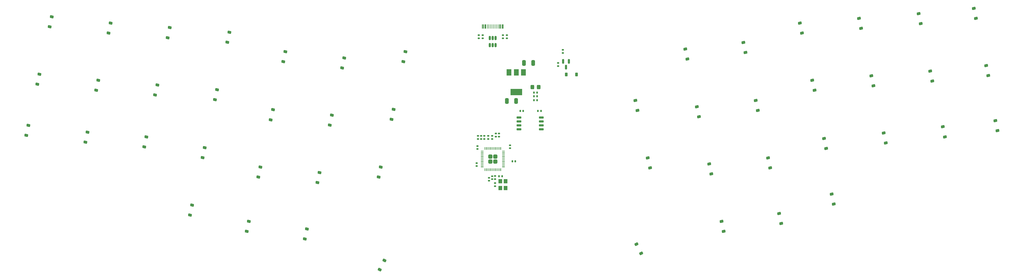
<source format=gbr>
%TF.GenerationSoftware,KiCad,Pcbnew,7.0.2*%
%TF.CreationDate,2024-09-14T12:23:29+10:00*%
%TF.ProjectId,keyboard,6b657962-6f61-4726-942e-6b696361645f,v1.0.0*%
%TF.SameCoordinates,Original*%
%TF.FileFunction,Paste,Bot*%
%TF.FilePolarity,Positive*%
%FSLAX46Y46*%
G04 Gerber Fmt 4.6, Leading zero omitted, Abs format (unit mm)*
G04 Created by KiCad (PCBNEW 7.0.2) date 2024-09-14 12:23:29*
%MOMM*%
%LPD*%
G01*
G04 APERTURE LIST*
G04 Aperture macros list*
%AMRoundRect*
0 Rectangle with rounded corners*
0 $1 Rounding radius*
0 $2 $3 $4 $5 $6 $7 $8 $9 X,Y pos of 4 corners*
0 Add a 4 corners polygon primitive as box body*
4,1,4,$2,$3,$4,$5,$6,$7,$8,$9,$2,$3,0*
0 Add four circle primitives for the rounded corners*
1,1,$1+$1,$2,$3*
1,1,$1+$1,$4,$5*
1,1,$1+$1,$6,$7*
1,1,$1+$1,$8,$9*
0 Add four rect primitives between the rounded corners*
20,1,$1+$1,$2,$3,$4,$5,0*
20,1,$1+$1,$4,$5,$6,$7,0*
20,1,$1+$1,$6,$7,$8,$9,0*
20,1,$1+$1,$8,$9,$2,$3,0*%
G04 Aperture macros list end*
%ADD10RoundRect,0.225000X-0.231980X0.370723X-0.436275X-0.030230X0.231980X-0.370723X0.436275X0.030230X0*%
%ADD11RoundRect,0.135000X-0.135000X-0.185000X0.135000X-0.185000X0.135000X0.185000X-0.135000X0.185000X0*%
%ADD12RoundRect,0.225000X0.413585X-0.142116X0.320025X0.298050X-0.413585X0.142116X-0.320025X-0.298050X0*%
%ADD13RoundRect,0.140000X0.170000X-0.140000X0.170000X0.140000X-0.170000X0.140000X-0.170000X-0.140000X0*%
%ADD14RoundRect,0.225000X-0.436275X0.030230X-0.231980X-0.370723X0.436275X-0.030230X0.231980X0.370723X0*%
%ADD15R,0.250000X1.450000*%
%ADD16R,0.300000X1.450000*%
%ADD17RoundRect,0.225000X0.320025X-0.298050X0.413585X0.142116X-0.320025X0.298050X-0.413585X-0.142116X0*%
%ADD18RoundRect,0.140000X0.140000X0.170000X-0.140000X0.170000X-0.140000X-0.170000X0.140000X-0.170000X0*%
%ADD19RoundRect,0.150000X0.650000X0.150000X-0.650000X0.150000X-0.650000X-0.150000X0.650000X-0.150000X0*%
%ADD20RoundRect,0.135000X-0.185000X0.135000X-0.185000X-0.135000X0.185000X-0.135000X0.185000X0.135000X0*%
%ADD21RoundRect,0.249999X0.395001X0.395001X-0.395001X0.395001X-0.395001X-0.395001X0.395001X-0.395001X0*%
%ADD22RoundRect,0.050000X0.387500X0.050000X-0.387500X0.050000X-0.387500X-0.050000X0.387500X-0.050000X0*%
%ADD23RoundRect,0.050000X0.050000X0.387500X-0.050000X0.387500X-0.050000X-0.387500X0.050000X-0.387500X0*%
%ADD24RoundRect,0.225000X-0.320025X0.298050X-0.413585X-0.142116X0.320025X-0.298050X0.413585X0.142116X0*%
%ADD25RoundRect,0.250000X0.325000X0.650000X-0.325000X0.650000X-0.325000X-0.650000X0.325000X-0.650000X0*%
%ADD26RoundRect,0.250000X-0.325000X-0.450000X0.325000X-0.450000X0.325000X0.450000X-0.325000X0.450000X0*%
%ADD27RoundRect,0.225000X-0.413585X0.142116X-0.320025X-0.298050X0.413585X-0.142116X0.320025X0.298050X0*%
%ADD28RoundRect,0.140000X-0.170000X0.140000X-0.170000X-0.140000X0.170000X-0.140000X0.170000X0.140000X0*%
%ADD29RoundRect,0.225000X0.225000X0.375000X-0.225000X0.375000X-0.225000X-0.375000X0.225000X-0.375000X0*%
%ADD30RoundRect,0.150000X-0.150000X0.587500X-0.150000X-0.587500X0.150000X-0.587500X0.150000X0.587500X0*%
%ADD31RoundRect,0.135000X0.135000X0.185000X-0.135000X0.185000X-0.135000X-0.185000X0.135000X-0.185000X0*%
%ADD32R,1.200000X1.400000*%
%ADD33RoundRect,0.135000X0.185000X-0.135000X0.185000X0.135000X-0.185000X0.135000X-0.185000X-0.135000X0*%
%ADD34RoundRect,0.250000X-0.325000X-0.650000X0.325000X-0.650000X0.325000X0.650000X-0.325000X0.650000X0*%
%ADD35RoundRect,0.150000X-0.150000X0.512500X-0.150000X-0.512500X0.150000X-0.512500X0.150000X0.512500X0*%
%ADD36R,1.500000X2.000000*%
%ADD37R,3.800000X2.000000*%
%ADD38RoundRect,0.140000X-0.140000X-0.170000X0.140000X-0.170000X0.140000X0.170000X-0.140000X0.170000X0*%
G04 APERTURE END LIST*
D10*
%TO.C,D26*%
X177499084Y-181529839D03*
X176000916Y-184470161D03*
%TD*%
D11*
%TO.C,R8*%
X226951078Y-133250000D03*
X227971078Y-133250000D03*
%TD*%
D12*
%TO.C,D38*%
X305343054Y-169613944D03*
X304656946Y-166386056D03*
%TD*%
D13*
%TO.C,C10*%
X213461078Y-141542500D03*
X213461078Y-140582500D03*
%TD*%
D14*
%TO.C,D30*%
X258750916Y-176279839D03*
X260249084Y-179220161D03*
%TD*%
D15*
%TO.C,J1*%
X209052159Y-106012500D03*
X209852159Y-106012500D03*
X211177159Y-106012500D03*
X212177159Y-106012500D03*
X212677159Y-106012500D03*
X213677159Y-106012500D03*
X215002159Y-106012500D03*
X215802159Y-106012500D03*
D16*
X215527159Y-106012500D03*
X214727159Y-106012500D03*
D15*
X214177159Y-106012500D03*
X213177159Y-106012500D03*
X211677159Y-106012500D03*
X210677159Y-106012500D03*
D16*
X210127159Y-106012500D03*
X209327159Y-106012500D03*
%TD*%
D12*
%TO.C,D43*%
X331093054Y-106613944D03*
X330406946Y-103386056D03*
%TD*%
D17*
%TO.C,D3*%
X65656946Y-124613944D03*
X66343054Y-121386056D03*
%TD*%
D12*
%TO.C,D39*%
X312093054Y-108113944D03*
X311406946Y-104886056D03*
%TD*%
D17*
%TO.C,D25*%
X175656946Y-154613944D03*
X176343054Y-151386056D03*
%TD*%
D18*
%TO.C,C3*%
X215441078Y-154312500D03*
X214481078Y-154312500D03*
%TD*%
D19*
%TO.C,U3*%
X228100000Y-135345000D03*
X228100000Y-136615000D03*
X228100000Y-137885000D03*
X228100000Y-139155000D03*
X220900000Y-139155000D03*
X220900000Y-137885000D03*
X220900000Y-136615000D03*
X220900000Y-135345000D03*
%TD*%
D17*
%TO.C,D5*%
X88656946Y-108113944D03*
X89343054Y-104886056D03*
%TD*%
D20*
%TO.C,R4*%
X215711078Y-108802500D03*
X215711078Y-109822500D03*
%TD*%
D13*
%TO.C,C9*%
X208711078Y-142292500D03*
X208711078Y-141332500D03*
%TD*%
D21*
%TO.C,U4*%
X213261078Y-149612500D03*
X213261078Y-148012500D03*
X211661078Y-149612500D03*
X211661078Y-148012500D03*
D22*
X215898578Y-146212500D03*
X215898578Y-146612500D03*
X215898578Y-147012500D03*
X215898578Y-147412500D03*
X215898578Y-147812500D03*
X215898578Y-148212500D03*
X215898578Y-148612500D03*
X215898578Y-149012500D03*
X215898578Y-149412500D03*
X215898578Y-149812500D03*
X215898578Y-150212500D03*
X215898578Y-150612500D03*
X215898578Y-151012500D03*
X215898578Y-151412500D03*
D23*
X215061078Y-152250000D03*
X214661078Y-152250000D03*
X214261078Y-152250000D03*
X213861078Y-152250000D03*
X213461078Y-152250000D03*
X213061078Y-152250000D03*
X212661078Y-152250000D03*
X212261078Y-152250000D03*
X211861078Y-152250000D03*
X211461078Y-152250000D03*
X211061078Y-152250000D03*
X210661078Y-152250000D03*
X210261078Y-152250000D03*
X209861078Y-152250000D03*
D22*
X209023578Y-151412500D03*
X209023578Y-151012500D03*
X209023578Y-150612500D03*
X209023578Y-150212500D03*
X209023578Y-149812500D03*
X209023578Y-149412500D03*
X209023578Y-149012500D03*
X209023578Y-148612500D03*
X209023578Y-148212500D03*
X209023578Y-147812500D03*
X209023578Y-147412500D03*
X209023578Y-147012500D03*
X209023578Y-146612500D03*
X209023578Y-146212500D03*
D23*
X209861078Y-145375000D03*
X210261078Y-145375000D03*
X210661078Y-145375000D03*
X211061078Y-145375000D03*
X211461078Y-145375000D03*
X211861078Y-145375000D03*
X212261078Y-145375000D03*
X212661078Y-145375000D03*
X213061078Y-145375000D03*
X213461078Y-145375000D03*
X213861078Y-145375000D03*
X214261078Y-145375000D03*
X214661078Y-145375000D03*
X215061078Y-145375000D03*
%TD*%
D12*
%TO.C,D34*%
X286843054Y-172113944D03*
X286156946Y-168886056D03*
%TD*%
D24*
%TO.C,D14*%
X115593054Y-163636056D03*
X114906946Y-166863944D03*
%TD*%
D12*
%TO.C,D42*%
X322343054Y-163363944D03*
X321656946Y-160136056D03*
%TD*%
D20*
%TO.C,R13*%
X210961078Y-141302500D03*
X210961078Y-142322500D03*
%TD*%
D12*
%TO.C,D44*%
X335093054Y-125113944D03*
X334406946Y-121886056D03*
%TD*%
D17*
%TO.C,D11*%
X126906946Y-111113944D03*
X127593054Y-107886056D03*
%TD*%
D12*
%TO.C,D50*%
X372093054Y-121863944D03*
X371406946Y-118636056D03*
%TD*%
D25*
%TO.C,C16*%
X219936078Y-130062500D03*
X216986078Y-130062500D03*
%TD*%
D26*
%TO.C,D1*%
X225186078Y-125562500D03*
X227236078Y-125562500D03*
%TD*%
D13*
%TO.C,C12*%
X207461078Y-145542500D03*
X207461078Y-144582500D03*
%TD*%
D20*
%TO.C,R12*%
X212211078Y-141302500D03*
X212211078Y-142322500D03*
%TD*%
D27*
%TO.C,D48*%
X357406946Y-138386056D03*
X358093054Y-141613944D03*
%TD*%
D17*
%TO.C,D12*%
X122906946Y-129613944D03*
X123593054Y-126386056D03*
%TD*%
%TO.C,D7*%
X81156946Y-143363944D03*
X81843054Y-140136056D03*
%TD*%
%TO.C,D10*%
X100156946Y-144863944D03*
X100843054Y-141636056D03*
%TD*%
%TO.C,D16*%
X140906946Y-136113944D03*
X141593054Y-132886056D03*
%TD*%
%TO.C,D9*%
X103656946Y-128113944D03*
X104343054Y-124886056D03*
%TD*%
D28*
%TO.C,C4*%
X213211078Y-156582500D03*
X213211078Y-157542500D03*
%TD*%
D12*
%TO.C,D47*%
X354093054Y-123613944D03*
X353406946Y-120386056D03*
%TD*%
D28*
%TO.C,C13*%
X207211078Y-150082500D03*
X207211078Y-151042500D03*
%TD*%
D29*
%TO.C,D27*%
X239400000Y-121500000D03*
X236100000Y-121500000D03*
%TD*%
D17*
%TO.C,D19*%
X163906946Y-119363944D03*
X164593054Y-116136056D03*
%TD*%
D12*
%TO.C,D49*%
X368093054Y-103363944D03*
X367406946Y-100136056D03*
%TD*%
D17*
%TO.C,D15*%
X144906946Y-117363944D03*
X145593054Y-114136056D03*
%TD*%
D12*
%TO.C,D35*%
X293843054Y-114363944D03*
X293156946Y-111136056D03*
%TD*%
%TO.C,D32*%
X278843054Y-135113944D03*
X278156946Y-131886056D03*
%TD*%
D27*
%TO.C,D51*%
X374406946Y-136386056D03*
X375093054Y-139613944D03*
%TD*%
D12*
%TO.C,D31*%
X275186108Y-116477888D03*
X274500000Y-113250000D03*
%TD*%
D13*
%TO.C,C7*%
X217961078Y-145292500D03*
X217961078Y-144332500D03*
%TD*%
D30*
%TO.C,Q1*%
X235100000Y-117250000D03*
X237000000Y-117250000D03*
X236050000Y-119125000D03*
%TD*%
D31*
%TO.C,R2*%
X226721078Y-128562500D03*
X225701078Y-128562500D03*
%TD*%
D12*
%TO.C,D28*%
X259093054Y-133113944D03*
X258406946Y-129886056D03*
%TD*%
%TO.C,D33*%
X282843054Y-153613944D03*
X282156946Y-150386056D03*
%TD*%
D17*
%TO.C,D6*%
X84656946Y-126613944D03*
X85343054Y-123386056D03*
%TD*%
D32*
%TO.C,Y1*%
X216561078Y-155962500D03*
X216561078Y-158162500D03*
X214861078Y-158162500D03*
X214861078Y-155962500D03*
%TD*%
D11*
%TO.C,R1*%
X225701078Y-129812500D03*
X226721078Y-129812500D03*
%TD*%
D33*
%TO.C,R11*%
X213211078Y-155322500D03*
X213211078Y-154302500D03*
%TD*%
D13*
%TO.C,C2*%
X214461078Y-141542500D03*
X214461078Y-140582500D03*
%TD*%
D12*
%TO.C,D41*%
X319843054Y-145363944D03*
X319156946Y-142136056D03*
%TD*%
D28*
%TO.C,C6*%
X211211078Y-154832500D03*
X211211078Y-155792500D03*
%TD*%
D12*
%TO.C,D40*%
X316093054Y-126613944D03*
X315406946Y-123386056D03*
%TD*%
%TO.C,D29*%
X263093054Y-151613944D03*
X262406946Y-148386056D03*
%TD*%
%TO.C,D37*%
X301843054Y-151613944D03*
X301156946Y-148386056D03*
%TD*%
D17*
%TO.C,D13*%
X118906946Y-148363944D03*
X119593054Y-145136056D03*
%TD*%
%TO.C,D21*%
X155906946Y-156363944D03*
X156593054Y-153136056D03*
%TD*%
D28*
%TO.C,C15*%
X212211078Y-154332500D03*
X212211078Y-155292500D03*
%TD*%
D20*
%TO.C,R5*%
X216976078Y-108802500D03*
X216976078Y-109822500D03*
%TD*%
D17*
%TO.C,D2*%
X69656946Y-106113944D03*
X70343054Y-102886056D03*
%TD*%
D34*
%TO.C,C1*%
X222486078Y-117812500D03*
X225436078Y-117812500D03*
%TD*%
D12*
%TO.C,D46*%
X350343054Y-105113944D03*
X349656946Y-101886056D03*
%TD*%
D35*
%TO.C,U2*%
X211477156Y-109775000D03*
X212427156Y-109775000D03*
X213377156Y-109775000D03*
X213377156Y-112050000D03*
X212427156Y-112050000D03*
X211477156Y-112050000D03*
%TD*%
D13*
%TO.C,C8*%
X209711078Y-142292500D03*
X209711078Y-141332500D03*
%TD*%
D36*
%TO.C,U1*%
X217700000Y-120850000D03*
X220000000Y-120850000D03*
D37*
X220000000Y-127150000D03*
D36*
X222300000Y-120850000D03*
%TD*%
D38*
%TO.C,C14*%
X218731078Y-149562500D03*
X219691078Y-149562500D03*
%TD*%
D17*
%TO.C,D20*%
X159906946Y-137863944D03*
X160593054Y-134636056D03*
%TD*%
D11*
%TO.C,R3*%
X225701078Y-127312500D03*
X226721078Y-127312500D03*
%TD*%
D13*
%TO.C,C11*%
X207711078Y-142292500D03*
X207711078Y-141332500D03*
%TD*%
D33*
%TO.C,R10*%
X233461078Y-118760000D03*
X233461078Y-117740000D03*
%TD*%
D12*
%TO.C,D45*%
X339093054Y-143613944D03*
X338406946Y-140386056D03*
%TD*%
D17*
%TO.C,D17*%
X136906946Y-154613944D03*
X137593054Y-151386056D03*
%TD*%
%TO.C,D23*%
X183656946Y-117363944D03*
X184343054Y-114136056D03*
%TD*%
D38*
%TO.C,C5*%
X221270000Y-133250000D03*
X222230000Y-133250000D03*
%TD*%
D20*
%TO.C,R9*%
X235000000Y-113552500D03*
X235000000Y-114572500D03*
%TD*%
D17*
%TO.C,D8*%
X107656946Y-109613944D03*
X108343054Y-106386056D03*
%TD*%
D20*
%TO.C,R7*%
X209211078Y-108802500D03*
X209211078Y-109822500D03*
%TD*%
D12*
%TO.C,D36*%
X297843054Y-133113944D03*
X297156946Y-129886056D03*
%TD*%
D17*
%TO.C,D4*%
X62156946Y-141113944D03*
X62843054Y-137886056D03*
%TD*%
D24*
%TO.C,D18*%
X133843054Y-168886056D03*
X133156946Y-172113944D03*
%TD*%
D20*
%TO.C,R6*%
X207961078Y-108802500D03*
X207961078Y-109822500D03*
%TD*%
D17*
%TO.C,D24*%
X179813892Y-135977888D03*
X180500000Y-132750000D03*
%TD*%
%TO.C,D22*%
X151906946Y-174613944D03*
X152593054Y-171386056D03*
%TD*%
M02*

</source>
